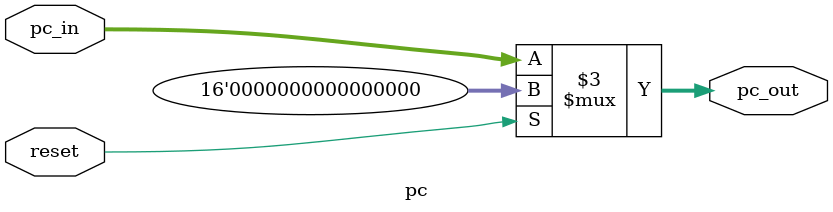
<source format=v>
/**
Program Counter Register
*/

module pc (pc_in, reset, pc_out);

input [15:0] pc_in;
input reset;
output reg [15:0] pc_out;

always @ (pc_in) begin

if (reset) begin
    pc_out <= 0;
end

else begin
    pc_out <= pc_in;
end

end

endmodule 

</source>
